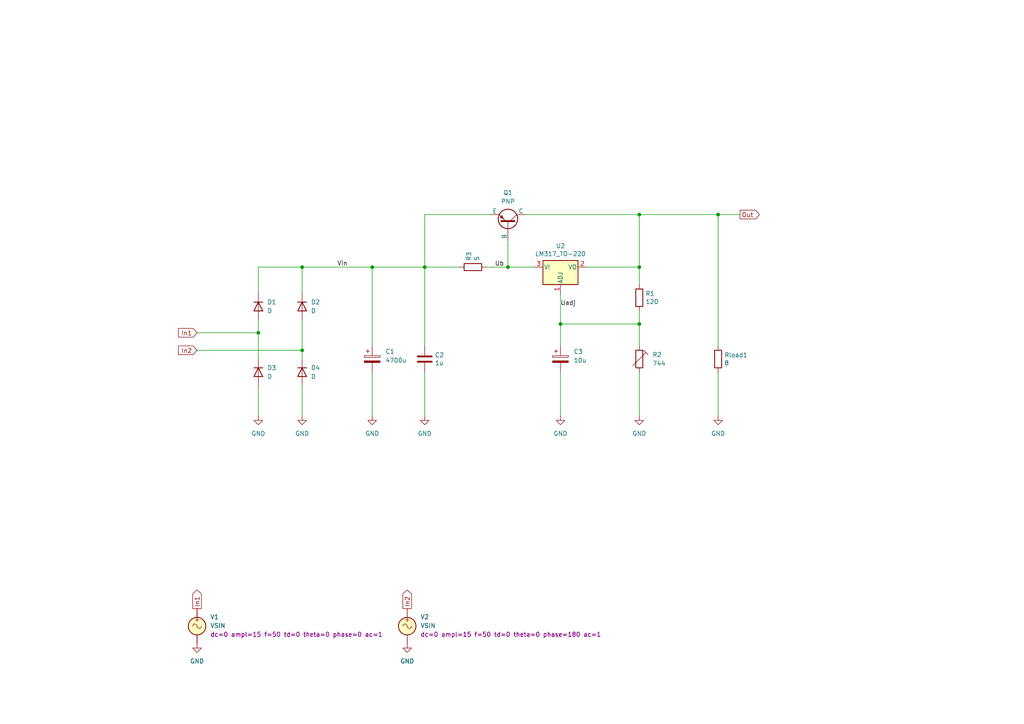
<source format=kicad_sch>
(kicad_sch (version 20231120) (generator "eeschema") (generator_version "8.0")
  (paper "A4")
  (title_block (title "Rectifier with 4 diodes, regulator and PNP passtransistor") (date "2024-12-15") (company "GitHub/OJStuff"))
  (lib_symbols
    (symbol "Device:C" (pin_numbers hide) (pin_names (offset 0.254))
      (property "Reference" "C" (at 0.635 2.54 0))
      (property "Value" "C" (at 0.635 -2.54 0))
      (symbol "C_0_1"
        (polyline (pts (xy -2.032 -0.762) (xy 2.032 -0.762)) (stroke (width 0.508)))
        (polyline (pts (xy -2.032 0.762) (xy 2.032 0.762)) (stroke (width 0.508)))
      )
      (symbol "C_1_1"
        (pin passive line (at 0 3.81 270) (length 2.794) (name "~") (number "1"))
        (pin passive line (at 0 -3.81 90) (length 2.794) (name "~") (number "2"))
      )
    )
    (symbol "Device:C_Polarized" (pin_numbers hide) (pin_names (offset 0.254))
      (property "Reference" "C" (at 0.635 2.54 0))
      (property "Value" "C_Polarized" (at 0.635 -2.54 0))
      (symbol "C_Polarized_0_1"
        (rectangle (start -2.286 0.508) (end 2.286 1.016))
        (polyline (pts (xy -1.778 2.286) (xy -0.762 2.286)))
        (polyline (pts (xy -1.27 2.794) (xy -1.27 1.778)))
        (rectangle (start 2.286 -0.508) (end -2.286 -1.016) (fill (type outline)))
      )
      (symbol "C_Polarized_1_1"
        (pin passive line (at 0 3.81 270) (length 2.794) (name "~") (number "1"))
        (pin passive line (at 0 -3.81 90) (length 2.794) (name "~") (number "2"))
      )
    )
    (symbol "Device:D" (pin_numbers hide) (pin_names (offset 1.016) hide)
      (property "Reference" "D" (at 0 2.54 0))
      (property "Value" "D" (at 0 -2.54 0))
      (symbol "D_0_1"
        (polyline (pts (xy -1.27 1.27) (xy -1.27 -1.27)) (stroke (width 0.254)))
        (polyline (pts (xy 1.27 0) (xy -1.27 0)))
        (polyline (pts (xy 1.27 1.27) (xy 1.27 -1.27) (xy -1.27 0) (xy 1.27 1.27)) (stroke (width 0.254)))
      )
      (symbol "D_1_1"
        (pin passive line (at -3.81 0 0) (length 2.54) (name "K") (number "1"))
        (pin passive line (at 3.81 0 180) (length 2.54) (name "A") (number "2"))
      )
    )
    (symbol "Device:R" (pin_numbers hide) (pin_names (offset 0))
      (property "Reference" "R" (at 2.032 0 90))
      (property "Value" "R" (at 0 0 90))
      (symbol "R_0_1"
        (rectangle (start -1.016 -2.54) (end 1.016 2.54) (stroke (width 0.254)))
      )
      (symbol "R_1_1"
        (pin passive line (at 0 3.81 270) (length 1.27) (name "~") (number "1"))
        (pin passive line (at 0 -3.81 90) (length 1.27) (name "~") (number "2"))
      )
    )
    (symbol "Device:R_Trim" (pin_numbers hide) (pin_names (offset 0))
      (property "Reference" "R" (at 2.54 -2.54 90))
      (property "Value" "R_Trim" (at -2.54 -0.635 90))
      (symbol "R_Trim_0_1"
        (rectangle (start -1.016 -2.54) (end 1.016 2.54) (stroke (width 0.254)))
        (polyline (pts (xy -1.905 -1.905) (xy 1.905 1.905) (xy 2.54 1.27) (xy 1.27 2.54)))
      )
      (symbol "R_Trim_1_1"
        (pin passive line (at 0 3.81 270) (length 1.27) (name "~") (number "1"))
        (pin passive line (at 0 -3.81 90) (length 1.27) (name "~") (number "2"))
      )
    )
    (symbol "GND_1" (power) (pin_numbers hide) (pin_names (offset 0) hide)
      (property "Value" "GND" (at 0 -3.81 0))
      (symbol "GND_1_0_1"
        (polyline (pts (xy 0 0) (xy 0 -1.27) (xy 1.27 -1.27) (xy 0 -2.54) (xy -1.27 -1.27) (xy 0 -1.27)))
      )
      (symbol "GND_1_1_1"
        (pin power_in line (at 0 0 270) (length 0) (name "~") (number "1"))
      )
    )
    (symbol "Regulator_Linear:LM317_TO-220" (pin_names (offset 0.254))
      (property "Reference" "U" (at -3.81 3.175 0))
      (property "Value" "LM317_TO-220" (at 0 3.175 0))
      (symbol "LM317_TO-220_0_1"
        (rectangle (start -5.08 1.905) (end 5.08 -5.08) (stroke (width 0.254)) (fill (type background)))
      )
      (symbol "LM317_TO-220_1_1"
        (pin input line (at 0 -7.62 90) (length 2.54) (name "ADJ") (number "1"))
        (pin power_out line (at 7.62 0 180) (length 2.54) (name "VO") (number "2"))
        (pin power_in line (at -7.62 0 0) (length 2.54) (name "VI") (number "3"))
      )
    )
    (symbol "Simulation_SPICE:PNP" (pin_numbers hide) (pin_names (offset 0))
      (property "Reference" "Q" (at -2.54 7.62 0))
      (property "Value" "PNP" (at -2.54 5.08 0))
      (symbol "PNP_0_1"
        (polyline (pts (xy -2.54 0) (xy 0.635 0)) (stroke (width 0.1524)))
        (polyline (pts (xy 0.635 0.635) (xy 2.54 2.54)))
        (polyline (pts (xy 0.635 -0.635) (xy 2.54 -2.54) (xy 2.54 -2.54)))
        (polyline (pts (xy 0.635 1.905) (xy 0.635 -1.905) (xy 0.635 -1.905)) (stroke (width 0.508)))
        (polyline (pts (xy 2.286 -1.778) (xy 1.778 -2.286) (xy 1.27 -1.27) (xy 2.286 -1.778) (xy 2.286 -1.778)) (fill (type outline)))
        (circle (center 1.27 0) (radius 2.8194) (stroke (width 0.254)))
      )
      (symbol "PNP_1_1"
        (pin open_collector line (at 2.54 5.08 270) (length 2.54) (name "C") (number "1"))
        (pin input line (at -5.08 0 0) (length 2.54) (name "B") (number "2"))
        (pin open_emitter line (at 2.54 -5.08 90) (length 2.54) (name "E") (number "3"))
      )
    )
    (symbol "VSIN_1" (pin_numbers hide) (pin_names (offset 0.0254))
      (property "Reference" "V" (at 2.54 2.54 0))
      (property "Value" "VSIN" (at 2.54 0 0))
      (property "Sim.Params" "dc=0 ampl=1 f=1k ac=1" (at 2.54 -2.54 0))
      (symbol "VSIN_1_0_0"
        (arc (start 0 0) (mid -0.635 0.6323) (end -1.27 0))
        (arc (start 0 0) (mid 0.635 -0.6323) (end 1.27 0))
        (text "+" (at 0 1.905 0) (effects (font (size 1.27 1.27))))
      )
      (symbol "VSIN_1_0_1"
        (circle (center 0 0) (radius 2.54) (stroke (width 0.254)) (fill (type background)))
      )
      (symbol "VSIN_1_1_1"
        (pin passive line (at 0 5.08 270) (length 2.54) (name "~") (number "1"))
        (pin passive line (at 0 -5.08 90) (length 2.54) (name "~") (number "2"))
      )
    )
  )
  (junction (at 123.19 77.47))
  (junction (at 185.42 62.23))
  (junction (at 162.56 93.98))
  (junction (at 74.93 96.52))
  (junction (at 185.42 77.47))
  (junction (at 147.32 77.47))
  (junction (at 208.28 62.23))
  (junction (at 107.95 77.47))
  (junction (at 87.63 101.6))
  (junction (at 87.63 77.47))
  (junction (at 185.42 93.98))
  (wire (pts (xy 123.19 107.95) (xy 123.19 120.65)))
  (wire (pts (xy 208.28 107.95) (xy 208.28 120.65)))
  (wire (pts (xy 74.93 92.71) (xy 74.93 96.52)))
  (wire (pts (xy 208.28 62.23) (xy 214.63 62.23)))
  (wire (pts (xy 87.63 111.76) (xy 87.63 120.65)))
  (wire (pts (xy 123.19 77.47) (xy 123.19 100.33)))
  (wire (pts (xy 123.19 62.23) (xy 123.19 77.47)))
  (wire (pts (xy 107.95 77.47) (xy 123.19 77.47)))
  (wire (pts (xy 147.32 77.47) (xy 154.94 77.47)))
  (wire (pts (xy 185.42 107.95) (xy 185.42 120.65)))
  (wire (pts (xy 87.63 85.09) (xy 87.63 77.47)))
  (wire (pts (xy 185.42 77.47) (xy 185.42 62.23)))
  (wire (pts (xy 74.93 77.47) (xy 87.63 77.47)))
  (wire (pts (xy 57.15 96.52) (xy 74.93 96.52)))
  (wire (pts (xy 107.95 77.47) (xy 107.95 100.33)))
  (wire (pts (xy 87.63 77.47) (xy 107.95 77.47)))
  (wire (pts (xy 185.42 90.17) (xy 185.42 93.98)))
  (wire (pts (xy 208.28 100.33) (xy 208.28 62.23)))
  (wire (pts (xy 74.93 96.52) (xy 74.93 104.14)))
  (wire (pts (xy 162.56 85.09) (xy 162.56 93.98)))
  (wire (pts (xy 152.4 62.23) (xy 185.42 62.23)))
  (wire (pts (xy 123.19 62.23) (xy 142.24 62.23)))
  (wire (pts (xy 185.42 93.98) (xy 185.42 100.33)))
  (wire (pts (xy 87.63 92.71) (xy 87.63 101.6)))
  (wire (pts (xy 107.95 107.95) (xy 107.95 120.65)))
  (wire (pts (xy 74.93 85.09) (xy 74.93 77.47)))
  (wire (pts (xy 170.18 77.47) (xy 185.42 77.47)))
  (wire (pts (xy 147.32 69.85) (xy 147.32 77.47)))
  (wire (pts (xy 162.56 93.98) (xy 185.42 93.98)))
  (wire (pts (xy 87.63 104.14) (xy 87.63 101.6)))
  (wire (pts (xy 185.42 62.23) (xy 208.28 62.23)))
  (wire (pts (xy 57.15 101.6) (xy 87.63 101.6)))
  (wire (pts (xy 123.19 77.47) (xy 133.35 77.47)))
  (wire (pts (xy 162.56 107.95) (xy 162.56 120.65)))
  (wire (pts (xy 185.42 77.47) (xy 185.42 82.55)))
  (wire (pts (xy 140.97 77.47) (xy 147.32 77.47)))
  (wire (pts (xy 162.56 93.98) (xy 162.56 100.33)))
  (wire (pts (xy 74.93 111.76) (xy 74.93 120.65)))
  (label "Vin" (at 97.79 77.47 0))
  (label "Ub" (at 143.51 77.47 0))
  (label "Uadj" (at 162.56 88.9 0))
  (global_label "In2" (shape input) (at 57.15 101.6 180) (property "Intersheetrefs" "${INTERSHEET_REFS}" (effects (hide yes))))
  (global_label "Out" (shape output) (at 214.63 62.23 0) (property "Intersheetrefs" "${INTERSHEET_REFS}" (effects (hide yes))))
  (global_label "In1" (shape input) (at 57.15 96.52 180) (property "Intersheetrefs" "${INTERSHEET_REFS}" (effects (hide yes))))
  (global_label "In1" (shape output) (at 57.15 176.53 90) (property "Intersheetrefs" "${INTERSHEET_REFS}" (effects (hide yes))))
  (global_label "In2" (shape output) (at 118.11 176.53 90) (property "Intersheetrefs" "${INTERSHEET_REFS}" (effects (hide yes))))
  (symbol (lib_name "GND_1") (lib_id "power:GND") (at 57.15 186.69 0) (unit 1)
    (property "Reference" "#PWR05" (effects (hide yes)))
    (property "Value" "GND" (at 57.15 191.77 0))
    (property "Description" "Power symbol creates a global label with name \"GND\" , ground" (effects (hide yes)))
  )
  (symbol (lib_id "Device:R_Trim") (at 185.42 104.14 0) (unit 1)
    (property "Reference" "R2" (at 189.23 102.8699 0) (effects (justify left)))
    (property "Value" "744" (at 189.23 105.4099 0) (effects (justify left)))
  )
  (symbol (lib_name "GND_1") (lib_id "power:GND") (at 208.28 120.65 0) (unit 1)
    (property "Reference" "#PWR09" (effects (hide yes)))
    (property "Value" "GND" (at 208.28 125.73 0))
    (property "Description" "Power symbol creates a global label with name \"GND\" , ground" (effects (hide yes)))
  )
  (symbol (lib_name "GND_1") (lib_id "power:GND") (at 74.93 120.65 0) (unit 1)
    (property "Reference" "#PWR02" (effects (hide yes)))
    (property "Value" "GND" (at 74.93 125.73 0))
    (property "Description" "Power symbol creates a global label with name \"GND\" , ground" (effects (hide yes)))
  )
  (symbol (lib_id "Device:D") (at 74.93 88.9 270) (unit 1)
    (property "Reference" "D1" (at 77.47 87.6299 90) (effects (justify left)))
    (property "Value" "D" (at 77.47 90.1699 90) (effects (justify left)))
    (property "Description" "Diode" (effects (hide yes)))
    (property "Sim.Device" "D" (effects (hide yes)))
    (property "Sim.Pins" "1=K 2=A" (effects (hide yes)))
  )
  (symbol (lib_name "GND_1") (lib_id "power:GND") (at 87.63 120.65 0) (unit 1)
    (property "Reference" "#PWR03" (effects (hide yes)))
    (property "Value" "GND" (at 87.63 125.73 0))
    (property "Description" "Power symbol creates a global label with name \"GND\" , ground" (effects (hide yes)))
  )
  (symbol (lib_id "Device:D") (at 87.63 107.95 270) (unit 1)
    (property "Reference" "D4" (at 90.17 106.6799 90) (effects (justify left)))
    (property "Value" "D" (at 90.17 109.2199 90) (effects (justify left)))
    (property "Description" "Diode" (effects (hide yes)))
    (property "Sim.Device" "D" (effects (hide yes)))
    (property "Sim.Pins" "1=K 2=A" (effects (hide yes)))
  )
  (symbol (lib_name "VSIN_1") (lib_id "Simulation_SPICE:VSIN") (at 57.15 181.61 0) (unit 1)
    (property "Reference" "V1" (at 60.96 178.9401 0) (effects (justify left)))
    (property "Value" "VSIN" (at 60.96 181.4801 0) (effects (justify left)))
    (property "Datasheet" "https://ngspice.sourceforge.io/docs/ngspice-html-manual/manual.xhtml#sec_Independent_Sources_for" (effects (hide yes)))
    (property "Description" "Voltage source, sinusoidal" (effects (hide yes)))
    (property "Sim.Pins" "1=+ 2=-" (effects (hide yes)))
    (property "Sim.Params" "dc=0 ampl=15 f=50 td=0 theta=0 phase=0 ac=1" (at 60.96 184.0201 0) (effects (justify left)))
    (property "Sim.Type" "SIN" (effects (hide yes)))
    (property "Sim.Device" "V" (effects (hide yes)))
  )
  (symbol (lib_name "GND_1") (lib_id "power:GND") (at 123.19 120.65 0) (unit 1)
    (property "Reference" "#PWR06" (effects (hide yes)))
    (property "Value" "GND" (at 123.19 125.73 0))
    (property "Description" "Power symbol creates a global label with name \"GND\" , ground" (effects (hide yes)))
  )
  (symbol (lib_id "Device:R") (at 137.16 77.47 90) (unit 1)
    (property "Reference" "R3" (at 135.9916 75.692 0) (effects (justify left)))
    (property "Value" "5" (at 138.303 75.692 0) (effects (justify left)))
    (property "Footprint" "Resistor_THT:R_Axial_DIN0309_L9.0mm_D3.2mm_P12.70mm_Horizontal" (effects (hide yes)))
  )
  (symbol (lib_name "GND_1") (lib_id "power:GND") (at 162.56 120.65 0) (unit 1)
    (property "Reference" "#PWR07" (effects (hide yes)))
    (property "Value" "GND" (at 162.56 125.73 0))
    (property "Description" "Power symbol creates a global label with name \"GND\" , ground" (effects (hide yes)))
  )
  (symbol (lib_id "Device:R") (at 185.42 86.36 0) (unit 1)
    (property "Reference" "R1" (at 187.198 85.1916 0) (effects (justify left)))
    (property "Value" "120" (at 187.198 87.503 0) (effects (justify left)))
    (property "Footprint" "Resistor_THT:R_Axial_DIN0309_L9.0mm_D3.2mm_P12.70mm_Horizontal" (effects (hide yes)))
  )
  (symbol (lib_name "GND_1") (lib_id "power:GND") (at 107.95 120.65 0) (unit 1)
    (property "Reference" "#PWR04" (effects (hide yes)))
    (property "Value" "GND" (at 107.95 125.73 0))
    (property "Description" "Power symbol creates a global label with name \"GND\" , ground" (effects (hide yes)))
  )
  (symbol (lib_id "Simulation_SPICE:PNP") (at 147.32 64.77 270) (mirror x) (unit 1)
    (property "Reference" "Q1" (at 147.32 55.88 90))
    (property "Value" "PNP" (at 147.32 58.42 90))
    (property "Datasheet" "https://ngspice.sourceforge.io/docs/ngspice-html-manual/manual.xhtml#cha_BJTs" (effects (hide yes)))
    (property "Description" "Bipolar transistor symbol for simulation only, substrate tied to the emitter" (effects (hide yes)))
    (property "Sim.Device" "PNP" (effects (hide yes)))
    (property "Sim.Type" "GUMMELPOON" (effects (hide yes)))
    (property "Sim.Pins" "1=C 2=B 3=E" (effects (hide yes)))
  )
  (symbol (lib_id "Regulator_Linear:LM317_TO-220") (at 162.56 77.47 0) (unit 1)
    (property "Reference" "U2" (at 162.56 71.3232 0))
    (property "Value" "LM317_TO-220" (at 162.56 73.6346 0))
    (property "Footprint" "Package_TO_SOT_THT:TO-220-3_Vertical" (effects (hide yes)))
    (property "Datasheet" "http://www.ti.com/lit/ds/symlink/lm317.pdf" (effects (hide yes)))
    (property "Sim.Library" "LM317-N.LIB" (effects (hide yes)))
    (property "Sim.Name" "LM317-N" (effects (hide yes)))
    (property "Sim.Pins" "3=1 1=2 2=3" (effects (hide yes)))
  )
  (symbol (lib_id "Device:C_Polarized") (at 162.56 104.14 0) (unit 1)
    (property "Reference" "C3" (at 166.37 101.981 0) (effects (justify left)))
    (property "Value" "10u" (at 166.37 104.521 0) (effects (justify left)))
    (property "Footprint" "Capacitor_THT:CP_Radial_D5.0mm_P2.50mm" (effects (hide yes)))
  )
  (symbol (lib_name "GND_1") (lib_id "power:GND") (at 118.11 186.69 0) (unit 1)
    (property "Reference" "#PWR01" (effects (hide yes)))
    (property "Value" "GND" (at 118.11 191.77 0))
    (property "Description" "Power symbol creates a global label with name \"GND\" , ground" (effects (hide yes)))
  )
  (symbol (lib_name "VSIN_1") (lib_id "Simulation_SPICE:VSIN") (at 118.11 181.61 0) (unit 1)
    (property "Reference" "V2" (at 121.92 178.9401 0) (effects (justify left)))
    (property "Value" "VSIN" (at 121.92 181.4801 0) (effects (justify left)))
    (property "Datasheet" "https://ngspice.sourceforge.io/docs/ngspice-html-manual/manual.xhtml#sec_Independent_Sources_for" (effects (hide yes)))
    (property "Description" "Voltage source, sinusoidal" (effects (hide yes)))
    (property "Sim.Pins" "1=+ 2=-" (effects (hide yes)))
    (property "Sim.Params" "dc=0 ampl=15 f=50 td=0 theta=0 phase=180 ac=1" (at 121.92 184.0201 0) (effects (justify left)))
    (property "Sim.Type" "SIN" (effects (hide yes)))
    (property "Sim.Device" "V" (effects (hide yes)))
  )
  (symbol (lib_id "Device:D") (at 74.93 107.95 270) (unit 1)
    (property "Reference" "D3" (at 77.47 106.6799 90) (effects (justify left)))
    (property "Value" "D" (at 77.47 109.2199 90) (effects (justify left)))
    (property "Description" "Diode" (effects (hide yes)))
    (property "Sim.Device" "D" (effects (hide yes)))
    (property "Sim.Pins" "1=K 2=A" (effects (hide yes)))
  )
  (symbol (lib_id "Device:C_Polarized") (at 107.95 104.14 0) (unit 1)
    (property "Reference" "C1" (at 111.76 101.9809 0) (effects (justify left)))
    (property "Value" "4700u" (at 111.76 104.5209 0) (effects (justify left)))
    (property "Footprint" "Capacitor_THT:CP_Radial_D16.0mm_P7.50mm" (effects (hide yes)))
  )
  (symbol (lib_name "GND_1") (lib_id "power:GND") (at 185.42 120.65 0) (unit 1)
    (property "Reference" "#PWR08" (effects (hide yes)))
    (property "Value" "GND" (at 185.42 125.73 0))
    (property "Description" "Power symbol creates a global label with name \"GND\" , ground" (effects (hide yes)))
  )
  (symbol (lib_id "Device:C") (at 123.19 104.14 0) (unit 1)
    (property "Reference" "C2" (at 126.111 102.9716 0) (effects (justify left)))
    (property "Value" "1u" (at 126.111 105.283 0) (effects (justify left)))
    (property "Footprint" "Capacitor_THT:C_Disc_D3.0mm_W1.6mm_P2.50mm" (effects (hide yes)))
  )
  (symbol (lib_id "Device:R") (at 208.28 104.14 0) (unit 1)
    (property "Reference" "Rload1" (at 210.058 102.9716 0) (effects (justify left)))
    (property "Value" "8" (at 210.058 105.283 0) (effects (justify left)))
    (property "Footprint" "Resistor_THT:R_Axial_DIN0309_L9.0mm_D3.2mm_P12.70mm_Horizontal" (effects (hide yes)))
  )
  (symbol (lib_id "Device:D") (at 87.63 88.9 270) (unit 1)
    (property "Reference" "D2" (at 90.17 87.6299 90) (effects (justify left)))
    (property "Value" "D" (at 90.17 90.1699 90) (effects (justify left)))
    (property "Description" "Diode" (effects (hide yes)))
    (property "Sim.Device" "D" (effects (hide yes)))
    (property "Sim.Pins" "1=K 2=A" (effects (hide yes)))
  )
)
</source>
